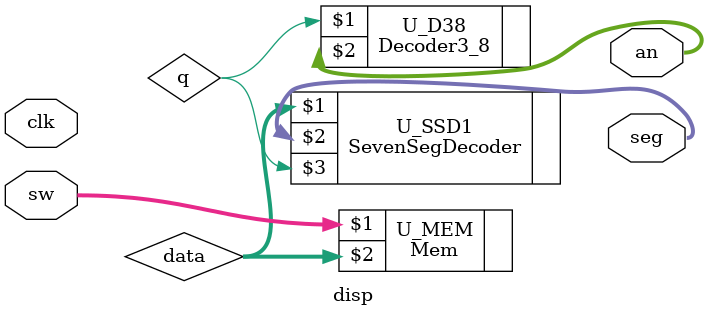
<source format=sv>
module disp(clk,sw,seg,an);
    input logic clk;
    input logic[15:0] sw;       // 16Î»Êý¾Ý
    output logic[7:0] seg;      // 7¶ÎÊýÂë¹ÜÇý¶¯£¬µÍµçÆ½ÓÐÐ§
    output logic[7:0] an;       // 7¶ÎÊýÂë¹ÜÆ¬Ñ¡ÐÅºÅ£¬µÍµçÆ½ÓÐÐ§
   
    logic[3:0] data;
             
    Mem U_MEM (sw,data);
    Decoder3_8 U_D38(q, an);   //Æ¬Ñ¡
    SevenSegDecoder U_SSD1(data,seg,q);  //8¶ÎÂë

endmodule
</source>
